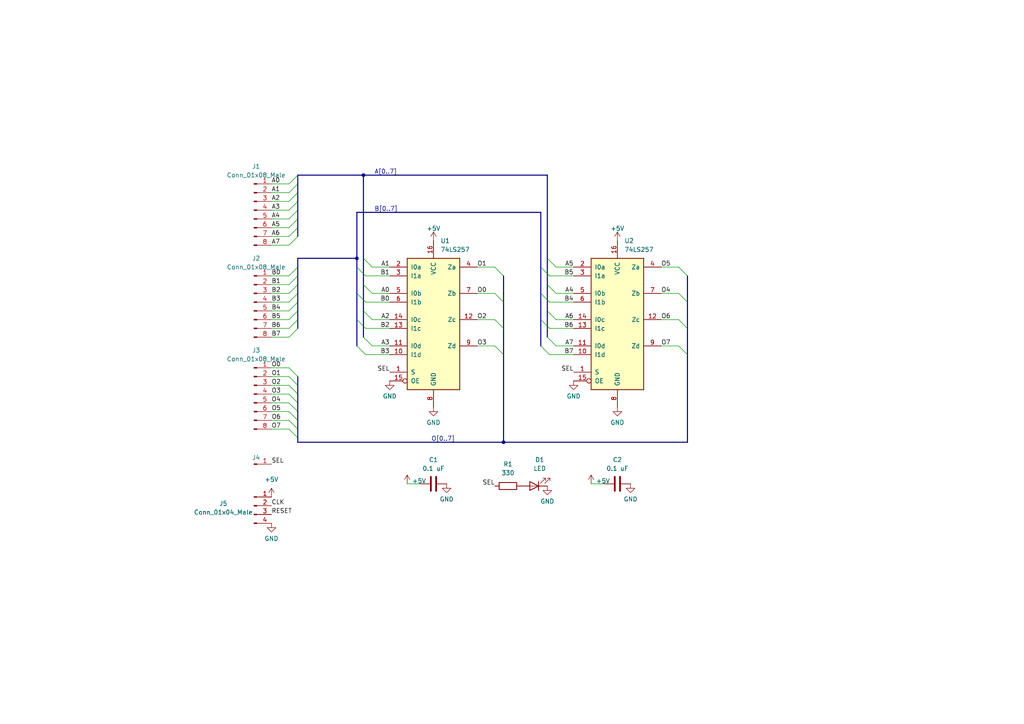
<source format=kicad_sch>
(kicad_sch (version 20211123) (generator eeschema)
  (paper "A4")
  (title_block (title "i281e Multiplexer") (date "2024-05-04") (rev "C") (company "i281e Development Group") (comment 1 "Licensed under CERN-OHL-P v2") (comment 2 "Copyright i281e Development Group"))
  (lib_symbols
    (symbol "+5V_1" (power) (pin_names (offset 0))
      (property "Value" "+5V_1" (at 0 3.556 0))
      (symbol "+5V_1_0_1"
        (polyline (pts (xy -0.762 1.27) (xy 0 2.54)))
        (polyline (pts (xy 0 0) (xy 0 2.54)))
        (polyline (pts (xy 0 2.54) (xy 0.762 1.27)))
      )
      (symbol "+5V_1_1_1"
        (pin power_in line (at 0 0 90) (length 0) hide (name "+5V") (number "1"))
      )
    )
    (symbol "74xx:74LS257" (pin_names (offset 1.016))
      (property "Reference" "U" (at -7.62 19.05 0))
      (property "Value" "74LS257" (at -7.62 -21.59 0))
      (symbol "74LS257_1_0"
        (pin input line (at -12.7 -15.24 0) (length 5.08) (name "S") (number "1"))
        (pin input line (at -12.7 -10.16 0) (length 5.08) (name "I1d") (number "10"))
        (pin input line (at -12.7 -7.62 0) (length 5.08) (name "I0d") (number "11"))
        (pin tri_state line (at 12.7 0 180) (length 5.08) (name "Zc") (number "12"))
        (pin input line (at -12.7 -2.54 0) (length 5.08) (name "I1c") (number "13"))
        (pin input line (at -12.7 0 0) (length 5.08) (name "I0c") (number "14"))
        (pin input inverted (at -12.7 -17.78 0) (length 5.08) (name "OE") (number "15"))
        (pin power_in line (at 0 22.86 270) (length 5.08) (name "VCC") (number "16"))
        (pin input line (at -12.7 15.24 0) (length 5.08) (name "I0a") (number "2"))
        (pin input line (at -12.7 12.7 0) (length 5.08) (name "I1a") (number "3"))
        (pin tri_state line (at 12.7 15.24 180) (length 5.08) (name "Za") (number "4"))
        (pin input line (at -12.7 7.62 0) (length 5.08) (name "I0b") (number "5"))
        (pin input line (at -12.7 5.08 0) (length 5.08) (name "I1b") (number "6"))
        (pin tri_state line (at 12.7 7.62 180) (length 5.08) (name "Zb") (number "7"))
        (pin power_in line (at 0 -25.4 90) (length 5.08) (name "GND") (number "8"))
        (pin tri_state line (at 12.7 -7.62 180) (length 5.08) (name "Zd") (number "9"))
      )
      (symbol "74LS257_1_1"
        (rectangle (start -7.62 17.78) (end 7.62 -20.32) (stroke (width 0.254)) (fill (type background)))
      )
    )
    (symbol "Connector:Conn_01x01_Male" (pin_names (offset 1.016) hide)
      (property "Reference" "J" (at 0 2.54 0))
      (property "Value" "Conn_01x01_Male" (at 0 -2.54 0))
      (symbol "Conn_01x01_Male_1_1"
        (polyline (pts (xy 1.27 0) (xy 0.8636 0)) (stroke (width 0.1524)))
        (rectangle (start 0.8636 0.127) (end 0 -0.127) (stroke (width 0.1524)) (fill (type outline)))
        (pin passive line (at 5.08 0 180) (length 3.81) (name "Pin_1") (number "1"))
      )
    )
    (symbol "Connector:Conn_01x04_Male" (pin_names (offset 1.016) hide)
      (property "Reference" "J" (at 0 5.08 0))
      (property "Value" "Conn_01x04_Male" (at 0 -7.62 0))
      (symbol "Conn_01x04_Male_1_1"
        (polyline (pts (xy 1.27 -5.08) (xy 0.8636 -5.08)) (stroke (width 0.1524)))
        (polyline (pts (xy 1.27 -2.54) (xy 0.8636 -2.54)) (stroke (width 0.1524)))
        (polyline (pts (xy 1.27 0) (xy 0.8636 0)) (stroke (width 0.1524)))
        (polyline (pts (xy 1.27 2.54) (xy 0.8636 2.54)) (stroke (width 0.1524)))
        (rectangle (start 0.8636 -4.953) (end 0 -5.207) (stroke (width 0.1524)) (fill (type outline)))
        (rectangle (start 0.8636 -2.413) (end 0 -2.667) (stroke (width 0.1524)) (fill (type outline)))
        (rectangle (start 0.8636 0.127) (end 0 -0.127) (stroke (width 0.1524)) (fill (type outline)))
        (rectangle (start 0.8636 2.667) (end 0 2.413) (stroke (width 0.1524)) (fill (type outline)))
        (pin passive line (at 5.08 2.54 180) (length 3.81) (name "Pin_1") (number "1"))
        (pin passive line (at 5.08 0 180) (length 3.81) (name "Pin_2") (number "2"))
        (pin passive line (at 5.08 -2.54 180) (length 3.81) (name "Pin_3") (number "3"))
        (pin passive line (at 5.08 -5.08 180) (length 3.81) (name "Pin_4") (number "4"))
      )
    )
    (symbol "Connector:Conn_01x08_Male" (pin_names (offset 1.016) hide)
      (property "Reference" "J" (at 0 10.16 0))
      (property "Value" "Conn_01x08_Male" (at 0 -12.7 0))
      (symbol "Conn_01x08_Male_1_1"
        (polyline (pts (xy 1.27 -10.16) (xy 0.8636 -10.16)) (stroke (width 0.1524)))
        (polyline (pts (xy 1.27 -7.62) (xy 0.8636 -7.62)) (stroke (width 0.1524)))
        (polyline (pts (xy 1.27 -5.08) (xy 0.8636 -5.08)) (stroke (width 0.1524)))
        (polyline (pts (xy 1.27 -2.54) (xy 0.8636 -2.54)) (stroke (width 0.1524)))
        (polyline (pts (xy 1.27 0) (xy 0.8636 0)) (stroke (width 0.1524)))
        (polyline (pts (xy 1.27 2.54) (xy 0.8636 2.54)) (stroke (width 0.1524)))
        (polyline (pts (xy 1.27 5.08) (xy 0.8636 5.08)) (stroke (width 0.1524)))
        (polyline (pts (xy 1.27 7.62) (xy 0.8636 7.62)) (stroke (width 0.1524)))
        (rectangle (start 0.8636 -10.033) (end 0 -10.287) (stroke (width 0.1524)) (fill (type outline)))
        (rectangle (start 0.8636 -7.493) (end 0 -7.747) (stroke (width 0.1524)) (fill (type outline)))
        (rectangle (start 0.8636 -4.953) (end 0 -5.207) (stroke (width 0.1524)) (fill (type outline)))
        (rectangle (start 0.8636 -2.413) (end 0 -2.667) (stroke (width 0.1524)) (fill (type outline)))
        (rectangle (start 0.8636 0.127) (end 0 -0.127) (stroke (width 0.1524)) (fill (type outline)))
        (rectangle (start 0.8636 2.667) (end 0 2.413) (stroke (width 0.1524)) (fill (type outline)))
        (rectangle (start 0.8636 5.207) (end 0 4.953) (stroke (width 0.1524)) (fill (type outline)))
        (rectangle (start 0.8636 7.747) (end 0 7.493) (stroke (width 0.1524)) (fill (type outline)))
        (pin passive line (at 5.08 7.62 180) (length 3.81) (name "Pin_1") (number "1"))
        (pin passive line (at 5.08 5.08 180) (length 3.81) (name "Pin_2") (number "2"))
        (pin passive line (at 5.08 2.54 180) (length 3.81) (name "Pin_3") (number "3"))
        (pin passive line (at 5.08 0 180) (length 3.81) (name "Pin_4") (number "4"))
        (pin passive line (at 5.08 -2.54 180) (length 3.81) (name "Pin_5") (number "5"))
        (pin passive line (at 5.08 -5.08 180) (length 3.81) (name "Pin_6") (number "6"))
        (pin passive line (at 5.08 -7.62 180) (length 3.81) (name "Pin_7") (number "7"))
        (pin passive line (at 5.08 -10.16 180) (length 3.81) (name "Pin_8") (number "8"))
      )
    )
    (symbol "Device:C" (pin_numbers hide) (pin_names (offset 0.254))
      (property "Reference" "C" (at 0.635 2.54 0))
      (property "Value" "C" (at 0.635 -2.54 0))
      (symbol "C_0_1"
        (polyline (pts (xy -2.032 -0.762) (xy 2.032 -0.762)) (stroke (width 0.508)))
        (polyline (pts (xy -2.032 0.762) (xy 2.032 0.762)) (stroke (width 0.508)))
      )
      (symbol "C_1_1"
        (pin passive line (at 0 3.81 270) (length 2.794) (name "~") (number "1"))
        (pin passive line (at 0 -3.81 90) (length 2.794) (name "~") (number "2"))
      )
    )
    (symbol "Device:LED" (pin_numbers hide) (pin_names (offset 1.016) hide)
      (property "Reference" "D" (at 0 2.54 0))
      (property "Value" "LED" (at 0 -2.54 0))
      (symbol "LED_0_1"
        (polyline (pts (xy -1.27 -1.27) (xy -1.27 1.27)) (stroke (width 0.254)))
        (polyline (pts (xy -1.27 0) (xy 1.27 0)))
        (polyline (pts (xy 1.27 -1.27) (xy 1.27 1.27) (xy -1.27 0) (xy 1.27 -1.27)) (stroke (width 0.254)))
        (polyline (pts (xy -3.048 -0.762) (xy -4.572 -2.286) (xy -3.81 -2.286) (xy -4.572 -2.286) (xy -4.572 -1.524)))
        (polyline (pts (xy -1.778 -0.762) (xy -3.302 -2.286) (xy -2.54 -2.286) (xy -3.302 -2.286) (xy -3.302 -1.524)))
      )
      (symbol "LED_1_1"
        (pin passive line (at -3.81 0 0) (length 2.54) (name "K") (number "1"))
        (pin passive line (at 3.81 0 180) (length 2.54) (name "A") (number "2"))
      )
    )
    (symbol "Device:R" (pin_numbers hide) (pin_names (offset 0))
      (property "Reference" "R" (at 2.032 0 90))
      (property "Value" "R" (at 0 0 90))
      (symbol "R_0_1"
        (rectangle (start -1.016 -2.54) (end 1.016 2.54) (stroke (width 0.254)))
      )
      (symbol "R_1_1"
        (pin passive line (at 0 3.81 270) (length 1.27) (name "~") (number "1"))
        (pin passive line (at 0 -3.81 90) (length 1.27) (name "~") (number "2"))
      )
    )
    (symbol "GND_1" (power) (pin_names (offset 0))
      (property "Value" "GND_1" (at 0 -3.81 0))
      (symbol "GND_1_0_1"
        (polyline (pts (xy 0 0) (xy 0 -1.27) (xy 1.27 -1.27) (xy 0 -2.54) (xy -1.27 -1.27) (xy 0 -1.27)))
      )
      (symbol "GND_1_1_1"
        (pin power_in line (at 0 0 270) (length 0) hide (name "GND") (number "1"))
      )
    )
    (symbol "power:+5V" (power) (pin_names (offset 0))
      (property "Value" "+5V" (at 0 3.556 0))
      (symbol "+5V_0_1"
        (polyline (pts (xy -0.762 1.27) (xy 0 2.54)))
        (polyline (pts (xy 0 0) (xy 0 2.54)))
        (polyline (pts (xy 0 2.54) (xy 0.762 1.27)))
      )
      (symbol "+5V_1_1"
        (pin power_in line (at 0 0 90) (length 0) hide (name "+5V") (number "1"))
      )
    )
    (symbol "power:GND" (power) (pin_names (offset 0))
      (property "Value" "GND" (at 0 -3.81 0))
      (symbol "GND_0_1"
        (polyline (pts (xy 0 0) (xy 0 -1.27) (xy 1.27 -1.27) (xy 0 -2.54) (xy -1.27 -1.27) (xy 0 -1.27)))
      )
      (symbol "GND_1_1"
        (pin power_in line (at 0 0 270) (length 0) hide (name "GND") (number "1"))
      )
    )
  )
  (junction (at 146.05 128.27))
  (junction (at 103.505 74.93))
  (junction (at 105.41 50.8))
  (bus_entry (at 156.845 77.47) (size 2.54 2.54))
  (bus_entry (at 146.05 80.01) (size -2.54 -2.54))
  (bus_entry (at 156.845 100.33) (size 2.54 2.54))
  (bus_entry (at 146.05 87.63) (size -2.54 -2.54))
  (bus_entry (at 105.41 90.17) (size 2.54 2.54))
  (bus_entry (at 199.39 87.63) (size -2.54 -2.54))
  (bus_entry (at 86.36 82.55) (size -2.54 2.54))
  (bus_entry (at 86.36 127) (size -2.54 -2.54))
  (bus_entry (at 86.36 121.92) (size -2.54 -2.54))
  (bus_entry (at 86.36 87.63) (size -2.54 2.54))
  (bus_entry (at 103.505 77.47) (size 2.54 2.54))
  (bus_entry (at 199.39 102.87) (size -2.54 -2.54))
  (bus_entry (at 86.36 60.96) (size -2.54 2.54))
  (bus_entry (at 156.845 92.71) (size 2.54 2.54))
  (bus_entry (at 103.505 100.33) (size 2.54 2.54))
  (bus_entry (at 86.36 119.38) (size -2.54 -2.54))
  (bus_entry (at 86.36 90.17) (size -2.54 2.54))
  (bus_entry (at 199.39 80.01) (size -2.54 -2.54))
  (bus_entry (at 103.505 85.09) (size 2.54 2.54))
  (bus_entry (at 86.36 68.58) (size -2.54 2.54))
  (bus_entry (at 86.36 66.04) (size -2.54 2.54))
  (bus_entry (at 105.41 97.79) (size 2.54 2.54))
  (bus_entry (at 86.36 114.3) (size -2.54 -2.54))
  (bus_entry (at 86.36 50.8) (size -2.54 2.54))
  (bus_entry (at 105.41 82.55) (size 2.54 2.54))
  (bus_entry (at 103.505 92.71) (size 2.54 2.54))
  (bus_entry (at 146.05 102.87) (size -2.54 -2.54))
  (bus_entry (at 86.36 55.88) (size -2.54 2.54))
  (bus_entry (at 86.36 116.84) (size -2.54 -2.54))
  (bus_entry (at 86.36 77.47) (size -2.54 2.54))
  (bus_entry (at 158.75 90.17) (size 2.54 2.54))
  (bus_entry (at 86.36 124.46) (size -2.54 -2.54))
  (bus_entry (at 86.36 63.5) (size -2.54 2.54))
  (bus_entry (at 86.36 111.76) (size -2.54 -2.54))
  (bus_entry (at 158.75 74.93) (size 2.54 2.54))
  (bus_entry (at 158.75 82.55) (size 2.54 2.54))
  (bus_entry (at 105.41 74.93) (size 2.54 2.54))
  (bus_entry (at 86.36 85.09) (size -2.54 2.54))
  (bus_entry (at 158.75 97.79) (size 2.54 2.54))
  (bus_entry (at 199.39 95.25) (size -2.54 -2.54))
  (bus_entry (at 86.36 92.71) (size -2.54 2.54))
  (bus_entry (at 86.36 95.25) (size -2.54 2.54))
  (bus_entry (at 86.36 58.42) (size -2.54 2.54))
  (bus_entry (at 156.845 85.09) (size 2.54 2.54))
  (bus_entry (at 146.05 95.25) (size -2.54 -2.54))
  (bus_entry (at 86.36 109.22) (size -2.54 -2.54))
  (bus_entry (at 86.36 80.01) (size -2.54 2.54))
  (bus_entry (at 86.36 53.34) (size -2.54 2.54))
  (wire (pts (xy 138.43 100.33) (xy 143.51 100.33)))
  (bus (pts (xy 86.36 50.8) (xy 86.36 53.34)))
  (wire (pts (xy 78.74 55.88) (xy 83.82 55.88)))
  (bus (pts (xy 103.505 61.595) (xy 103.505 74.93)))
  (wire (pts (xy 78.74 97.79) (xy 83.82 97.79)))
  (wire (pts (xy 159.385 80.01) (xy 166.37 80.01)))
  (wire (pts (xy 107.95 85.09) (xy 113.03 85.09)))
  (wire (pts (xy 118.11 140.335) (xy 121.92 140.335)))
  (wire (pts (xy 106.045 80.01) (xy 113.03 80.01)))
  (wire (pts (xy 159.385 87.63) (xy 166.37 87.63)))
  (wire (pts (xy 78.74 82.55) (xy 83.82 82.55)))
  (wire (pts (xy 78.74 92.71) (xy 83.82 92.71)))
  (wire (pts (xy 78.74 58.42) (xy 83.82 58.42)))
  (wire (pts (xy 138.43 77.47) (xy 143.51 77.47)))
  (bus (pts (xy 146.05 80.01) (xy 146.05 87.63)))
  (wire (pts (xy 78.74 111.76) (xy 83.82 111.76)))
  (bus (pts (xy 86.36 121.92) (xy 86.36 124.46)))
  (bus (pts (xy 199.39 87.63) (xy 199.39 95.25)))
  (wire (pts (xy 78.74 53.34) (xy 83.82 53.34)))
  (wire (pts (xy 78.74 80.01) (xy 83.82 80.01)))
  (bus (pts (xy 86.36 116.84) (xy 86.36 119.38)))
  (bus (pts (xy 86.36 109.22) (xy 86.36 111.76)))
  (bus (pts (xy 86.36 119.38) (xy 86.36 121.92)))
  (wire (pts (xy 78.74 116.84) (xy 83.82 116.84)))
  (bus (pts (xy 146.05 102.87) (xy 146.05 128.27)))
  (bus (pts (xy 156.845 85.09) (xy 156.845 92.71)))
  (wire (pts (xy 78.74 124.46) (xy 83.82 124.46)))
  (bus (pts (xy 103.505 92.71) (xy 103.505 85.09)))
  (bus (pts (xy 86.36 66.04) (xy 86.36 68.58)))
  (bus (pts (xy 156.845 61.595) (xy 156.845 77.47)))
  (bus (pts (xy 199.39 95.25) (xy 199.39 102.87)))
  (wire (pts (xy 78.74 90.17) (xy 83.82 90.17)))
  (bus (pts (xy 86.36 58.42) (xy 86.36 60.96)))
  (wire (pts (xy 107.95 100.33) (xy 113.03 100.33)))
  (wire (pts (xy 191.77 77.47) (xy 196.85 77.47)))
  (bus (pts (xy 86.36 128.27) (xy 146.05 128.27)))
  (bus (pts (xy 103.505 61.595) (xy 156.845 61.595)))
  (wire (pts (xy 78.74 85.09) (xy 83.82 85.09)))
  (bus (pts (xy 86.36 77.47) (xy 86.36 74.93)))
  (bus (pts (xy 86.36 63.5) (xy 86.36 66.04)))
  (bus (pts (xy 156.845 77.47) (xy 156.845 85.09)))
  (bus (pts (xy 86.36 90.17) (xy 86.36 87.63)))
  (bus (pts (xy 86.36 53.34) (xy 86.36 55.88)))
  (wire (pts (xy 78.74 63.5) (xy 83.82 63.5)))
  (bus (pts (xy 105.41 82.55) (xy 105.41 74.93)))
  (bus (pts (xy 86.36 111.76) (xy 86.36 114.3)))
  (bus (pts (xy 86.36 114.3) (xy 86.36 116.84)))
  (wire (pts (xy 107.95 92.71) (xy 113.03 92.71)))
  (bus (pts (xy 156.845 92.71) (xy 156.845 100.33)))
  (bus (pts (xy 86.36 80.01) (xy 86.36 77.47)))
  (bus (pts (xy 86.36 74.93) (xy 103.505 74.93)))
  (bus (pts (xy 103.505 100.33) (xy 103.505 92.71)))
  (wire (pts (xy 107.95 77.47) (xy 113.03 77.47)))
  (bus (pts (xy 158.75 90.17) (xy 158.75 82.55)))
  (wire (pts (xy 78.74 119.38) (xy 83.82 119.38)))
  (wire (pts (xy 78.74 68.58) (xy 83.82 68.58)))
  (bus (pts (xy 86.36 127) (xy 86.36 128.27)))
  (wire (pts (xy 191.77 92.71) (xy 196.85 92.71)))
  (wire (pts (xy 191.77 85.09) (xy 196.85 85.09)))
  (wire (pts (xy 106.045 102.87) (xy 113.03 102.87)))
  (wire (pts (xy 159.385 95.25) (xy 166.37 95.25)))
  (bus (pts (xy 105.41 90.17) (xy 105.41 82.55)))
  (wire (pts (xy 171.45 140.335) (xy 175.26 140.335)))
  (bus (pts (xy 105.41 50.8) (xy 158.75 50.8)))
  (wire (pts (xy 161.29 77.47) (xy 166.37 77.47)))
  (wire (pts (xy 78.74 66.04) (xy 83.82 66.04)))
  (wire (pts (xy 78.74 114.3) (xy 83.82 114.3)))
  (wire (pts (xy 78.74 109.22) (xy 83.82 109.22)))
  (bus (pts (xy 199.39 102.87) (xy 199.39 128.27)))
  (wire (pts (xy 78.74 121.92) (xy 83.82 121.92)))
  (bus (pts (xy 86.36 55.88) (xy 86.36 58.42)))
  (bus (pts (xy 103.505 77.47) (xy 103.505 74.93)))
  (bus (pts (xy 86.36 82.55) (xy 86.36 80.01)))
  (bus (pts (xy 86.36 60.96) (xy 86.36 63.5)))
  (bus (pts (xy 158.75 82.55) (xy 158.75 74.93)))
  (bus (pts (xy 199.39 80.01) (xy 199.39 87.63)))
  (bus (pts (xy 86.36 85.09) (xy 86.36 82.55)))
  (bus (pts (xy 158.75 97.79) (xy 158.75 90.17)))
  (bus (pts (xy 86.36 92.71) (xy 86.36 90.17)))
  (bus (pts (xy 199.39 128.27) (xy 146.05 128.27)))
  (bus (pts (xy 86.36 124.46) (xy 86.36 127)))
  (wire (pts (xy 161.29 100.33) (xy 166.37 100.33)))
  (wire (pts (xy 161.29 85.09) (xy 166.37 85.09)))
  (bus (pts (xy 86.36 50.8) (xy 105.41 50.8)))
  (wire (pts (xy 106.045 87.63) (xy 113.03 87.63)))
  (wire (pts (xy 161.29 92.71) (xy 166.37 92.71)))
  (wire (pts (xy 191.77 100.33) (xy 196.85 100.33)))
  (wire (pts (xy 78.74 71.12) (xy 83.82 71.12)))
  (bus (pts (xy 146.05 87.63) (xy 146.05 95.25)))
  (bus (pts (xy 105.41 50.8) (xy 105.41 74.93)))
  (bus (pts (xy 105.41 97.79) (xy 105.41 90.17)))
  (wire (pts (xy 78.74 106.68) (xy 83.82 106.68)))
  (bus (pts (xy 146.05 95.25) (xy 146.05 102.87)))
  (bus (pts (xy 103.505 85.09) (xy 103.505 77.47)))
  (wire (pts (xy 138.43 92.71) (xy 143.51 92.71)))
  (bus (pts (xy 86.36 95.25) (xy 86.36 92.71)))
  (wire (pts (xy 159.385 102.87) (xy 166.37 102.87)))
  (bus (pts (xy 158.75 50.8) (xy 158.75 74.93)))
  (wire (pts (xy 78.74 60.96) (xy 83.82 60.96)))
  (wire (pts (xy 78.74 95.25) (xy 83.82 95.25)))
  (wire (pts (xy 78.74 87.63) (xy 83.82 87.63)))
  (wire (pts (xy 138.43 85.09) (xy 143.51 85.09)))
  (wire (pts (xy 106.045 95.25) (xy 113.03 95.25)))
  (bus (pts (xy 86.36 87.63) (xy 86.36 85.09)))
  (label "A5" (at 166.37 77.47 180))
  (label "A3" (at 78.74 60.96 0))
  (label "A2" (at 78.74 58.42 0))
  (label "B4" (at 78.74 90.17 0))
  (label "A5" (at 78.74 66.04 0))
  (label "A1" (at 113.03 77.47 180))
  (label "O7" (at 78.74 124.46 0))
  (label "B3" (at 113.03 102.87 180))
  (label "B4" (at 166.37 87.63 180))
  (label "O6" (at 78.74 121.92 0))
  (label "B0" (at 113.03 87.63 180))
  (label "B[0..7]" (at 108.585 61.595 0))
  (label "A7" (at 78.74 71.12 0))
  (label "A4" (at 166.37 85.09 180))
  (label "A1" (at 78.74 55.88 0))
  (label "O5" (at 191.77 77.47 0))
  (label "SEL" (at 78.74 134.62 0))
  (label "B5" (at 166.37 80.01 180))
  (label "A3" (at 113.03 100.33 180))
  (label "O0" (at 78.74 106.68 0))
  (label "A6" (at 166.37 92.71 180))
  (label "O2" (at 138.43 92.71 0))
  (label "A4" (at 78.74 63.5 0))
  (label "O6" (at 191.77 92.71 0))
  (label "B7" (at 78.74 97.79 0))
  (label "A6" (at 78.74 68.58 0))
  (label "B6" (at 166.37 95.25 180))
  (label "O4" (at 191.77 85.09 0))
  (label "O[0..7]" (at 125.095 128.27 0))
  (label "O1" (at 138.43 77.47 0))
  (label "B2" (at 78.74 85.09 0))
  (label "SEL" (at 166.37 107.95 180))
  (label "SEL" (at 113.03 107.95 180))
  (label "B3" (at 78.74 87.63 0))
  (label "A[0..7]" (at 108.585 50.8 0))
  (label "B1" (at 113.03 80.01 180))
  (label "O3" (at 138.43 100.33 0))
  (label "B1" (at 78.74 82.55 0))
  (label "B0" (at 78.74 80.01 0))
  (label "O4" (at 78.74 116.84 0))
  (label "B2" (at 113.03 95.25 180))
  (label "O3" (at 78.74 114.3 0))
  (label "B5" (at 78.74 92.71 0))
  (label "B7" (at 166.37 102.87 180))
  (label "O1" (at 78.74 109.22 0))
  (label "CLK" (at 78.74 146.685 0))
  (label "O5" (at 78.74 119.38 0))
  (label "O0" (at 138.43 85.09 0))
  (label "O2" (at 78.74 111.76 0))
  (label "A0" (at 78.74 53.34 0))
  (label "A7" (at 166.37 100.33 180))
  (label "A0" (at 113.03 85.09 180))
  (label "A2" (at 113.03 92.71 180))
  (label "SEL" (at 143.51 140.97 180))
  (label "B6" (at 78.74 95.25 0))
  (label "O7" (at 191.77 100.33 0))
  (label "RESET" (at 78.74 149.225 0))
  (symbol (lib_id "power:GND") (at 182.88 140.335 0) (unit 1)
    (property "Reference" "#PWR0101" (effects hide))
    (property "Value" "GND" (at 182.88 144.7784 0))
  )
  (symbol (lib_id "Device:C") (at 179.07 140.335 90) (unit 1)
    (property "Reference" "C2" (at 179.07 133.35 90))
    (property "Value" "0.1 uF" (at 179.07 135.89 90))
    (property "Footprint" "Capacitor_THT:C_Disc_D5.0mm_W2.5mm_P5.00mm" (effects hide))
  )
  (symbol (lib_id "74xx:74LS257") (at 179.07 92.71 0) (unit 1)
    (property "Reference" "U2" (at 181.0894 69.85 0) (effects (justify left)))
    (property "Value" "74LS257" (at 181.0894 72.39 0) (effects (justify left)))
    (property "Footprint" "Package_DIP:DIP-16_W7.62mm_Socket" (effects hide))
    (property "Datasheet" "http://www.ti.com/lit/gpn/sn74LS257" (effects hide))
  )
  (symbol (lib_id "Device:C") (at 125.73 140.335 90) (unit 1)
    (property "Reference" "C1" (at 125.73 133.35 90))
    (property "Value" "0.1 uF" (at 125.73 135.89 90))
    (property "Footprint" "Capacitor_THT:C_Disc_D5.0mm_W2.5mm_P5.00mm" (effects hide))
  )
  (symbol (lib_id "Connector:Conn_01x08_Male") (at 73.66 60.96 0) (unit 1)
    (property "Reference" "J1" (at 74.295 48.26 0))
    (property "Value" "Conn_01x08_Male" (at 74.295 50.8 0))
    (property "Footprint" "Connector_PinHeader_2.54mm:PinHeader_1x08_P2.54mm_Vertical" (effects hide))
  )
  (symbol (lib_id "power:GND") (at 158.75 140.97 0) (unit 1)
    (property "Reference" "#PWR0108" (effects hide))
    (property "Value" "GND" (at 158.75 145.4134 0))
  )
  (symbol (lib_id "power:GND") (at 125.73 118.11 0) (unit 1)
    (property "Reference" "#PWR0104" (effects hide))
    (property "Value" "GND" (at 125.73 122.5534 0))
  )
  (symbol (lib_id "74xx:74LS257") (at 125.73 92.71 0) (unit 1)
    (property "Reference" "U1" (at 127.7494 69.85 0) (effects (justify left)))
    (property "Value" "74LS257" (at 127.7494 72.39 0) (effects (justify left)))
    (property "Footprint" "Package_DIP:DIP-16_W7.62mm_Socket" (effects hide))
    (property "Datasheet" "http://www.ti.com/lit/gpn/sn74LS257" (effects hide))
  )
  (symbol (lib_name "GND_1") (lib_id "power:GND") (at 78.74 151.765 0) (unit 1)
    (property "Reference" "#PWR0112" (effects hide))
    (property "Value" "GND" (at 78.74 156.21 0))
  )
  (symbol (lib_id "Device:R") (at 147.32 140.97 90) (unit 1)
    (property "Reference" "R1" (at 147.32 134.62 90))
    (property "Value" "330" (at 147.32 137.16 90))
    (property "Footprint" "Resistor_THT:R_Axial_DIN0207_L6.3mm_D2.5mm_P7.62mm_Horizontal" (effects hide))
  )
  (symbol (lib_id "power:GND") (at 113.03 110.49 0) (unit 1)
    (property "Reference" "#PWR0103" (effects hide))
    (property "Value" "GND" (at 113.03 114.9334 0))
  )
  (symbol (lib_id "Device:LED") (at 154.94 140.97 180) (unit 1)
    (property "Reference" "D1" (at 156.5275 133.35 0))
    (property "Value" "LED" (at 156.5275 135.89 0))
    (property "Footprint" "LED_THT:LED_D3.0mm" (effects hide))
  )
  (symbol (lib_id "power:GND") (at 179.07 118.11 0) (unit 1)
    (property "Reference" "#PWR0111" (effects hide))
    (property "Value" "GND" (at 179.07 122.5534 0))
  )
  (symbol (lib_id "Connector:Conn_01x01_Male") (at 73.66 134.62 0) (unit 1)
    (property "Reference" "J4" (at 74.295 132.715 0))
    (property "Value" "Generic Connector" (effects hide))
    (property "Footprint" "Connector_PinHeader_2.54mm:PinHeader_1x01_P2.54mm_Vertical" (effects hide))
  )
  (symbol (lib_name "+5V_1") (lib_id "power:+5V") (at 78.74 144.145 0) (unit 1)
    (property "Reference" "#PWR0113" (effects hide))
    (property "Value" "+5V" (at 78.74 139.065 0))
  )
  (symbol (lib_id "Connector:Conn_01x08_Male") (at 73.66 87.63 0) (unit 1)
    (property "Reference" "J2" (at 74.295 74.93 0))
    (property "Value" "Conn_01x08_Male" (at 74.295 77.47 0))
    (property "Footprint" "Connector_PinHeader_2.54mm:PinHeader_1x08_P2.54mm_Vertical" (effects hide))
  )
  (symbol (lib_id "power:GND") (at 166.37 110.49 0) (unit 1)
    (property "Reference" "#PWR0109" (effects hide))
    (property "Value" "GND" (at 166.37 114.9334 0))
  )
  (symbol (lib_id "power:+5V") (at 125.73 69.85 0) (unit 1)
    (property "Reference" "#PWR0107" (effects hide))
    (property "Value" "+5V" (at 125.73 66.2742 0))
  )
  (symbol (lib_id "power:+5V") (at 118.11 140.335 0) (unit 1)
    (property "Reference" "#PWR0105" (effects hide))
    (property "Value" "+5V" (at 119.507 139.4988 0) (effects (justify left)))
  )
  (symbol (lib_id "power:GND") (at 129.54 140.335 0) (unit 1)
    (property "Reference" "#PWR0106" (effects hide))
    (property "Value" "GND" (at 129.54 144.7784 0))
  )
  (symbol (lib_id "power:+5V") (at 179.07 69.85 0) (unit 1)
    (property "Reference" "#PWR0110" (effects hide))
    (property "Value" "+5V" (at 179.07 66.2742 0))
  )
  (symbol (lib_id "Connector:Conn_01x04_Male") (at 73.66 146.685 0) (unit 1)
    (property "Reference" "J5" (at 64.77 146.05 0))
    (property "Value" "Conn_01x04_Male" (at 64.77 148.59 0))
    (property "Footprint" "Connector_PinHeader_2.54mm:PinHeader_1x04_P2.54mm_Vertical" (effects hide))
  )
  (symbol (lib_id "Connector:Conn_01x08_Male") (at 73.66 114.3 0) (unit 1)
    (property "Reference" "J3" (at 74.295 101.6 0))
    (property "Value" "Conn_01x08_Male" (at 74.295 104.14 0))
    (property "Footprint" "Connector_PinHeader_2.54mm:PinHeader_1x08_P2.54mm_Vertical" (effects hide))
  )
  (symbol (lib_id "power:+5V") (at 171.45 140.335 0) (unit 1)
    (property "Reference" "#PWR0102" (effects hide))
    (property "Value" "+5V" (at 172.847 139.4988 0) (effects (justify left)))
  )
)
</source>
